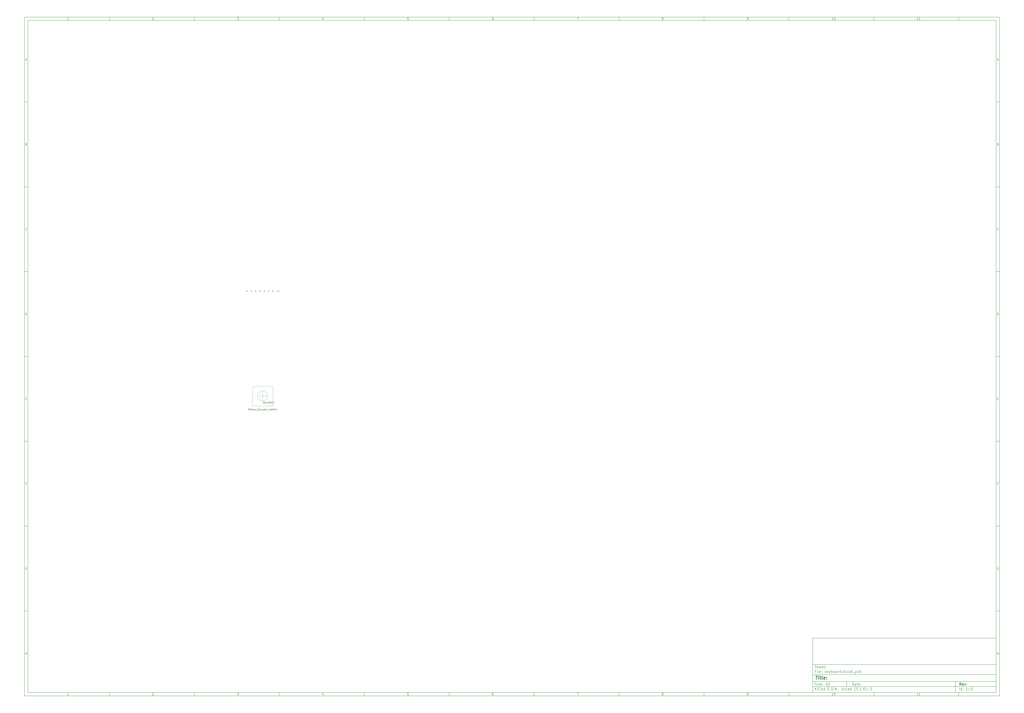
<source format=gbr>
G04 #@! TF.GenerationSoftware,KiCad,Pcbnew,(5.1.6)-1*
G04 #@! TF.CreationDate,2020-10-04T22:42:36-04:00*
G04 #@! TF.ProjectId,keyboard,6b657962-6f61-4726-942e-6b696361645f,rev?*
G04 #@! TF.SameCoordinates,Original*
G04 #@! TF.FileFunction,Other,Fab,Top*
%FSLAX46Y46*%
G04 Gerber Fmt 4.6, Leading zero omitted, Abs format (unit mm)*
G04 Created by KiCad (PCBNEW (5.1.6)-1) date 2020-10-04 22:42:36*
%MOMM*%
%LPD*%
G01*
G04 APERTURE LIST*
%ADD10C,0.100000*%
%ADD11C,0.150000*%
%ADD12C,0.300000*%
%ADD13C,0.400000*%
%ADD14C,0.152400*%
%ADD15C,0.120000*%
G04 APERTURE END LIST*
D10*
D11*
X474004400Y-375989000D02*
X474004400Y-407989000D01*
X582004400Y-407989000D01*
X582004400Y-375989000D01*
X474004400Y-375989000D01*
D10*
D11*
X10000000Y-10000000D02*
X10000000Y-409989000D01*
X584004400Y-409989000D01*
X584004400Y-10000000D01*
X10000000Y-10000000D01*
D10*
D11*
X12000000Y-12000000D02*
X12000000Y-407989000D01*
X582004400Y-407989000D01*
X582004400Y-12000000D01*
X12000000Y-12000000D01*
D10*
D11*
X60000000Y-12000000D02*
X60000000Y-10000000D01*
D10*
D11*
X110000000Y-12000000D02*
X110000000Y-10000000D01*
D10*
D11*
X160000000Y-12000000D02*
X160000000Y-10000000D01*
D10*
D11*
X210000000Y-12000000D02*
X210000000Y-10000000D01*
D10*
D11*
X260000000Y-12000000D02*
X260000000Y-10000000D01*
D10*
D11*
X310000000Y-12000000D02*
X310000000Y-10000000D01*
D10*
D11*
X360000000Y-12000000D02*
X360000000Y-10000000D01*
D10*
D11*
X410000000Y-12000000D02*
X410000000Y-10000000D01*
D10*
D11*
X460000000Y-12000000D02*
X460000000Y-10000000D01*
D10*
D11*
X510000000Y-12000000D02*
X510000000Y-10000000D01*
D10*
D11*
X560000000Y-12000000D02*
X560000000Y-10000000D01*
D10*
D11*
X36065476Y-11588095D02*
X35322619Y-11588095D01*
X35694047Y-11588095D02*
X35694047Y-10288095D01*
X35570238Y-10473809D01*
X35446428Y-10597619D01*
X35322619Y-10659523D01*
D10*
D11*
X85322619Y-10411904D02*
X85384523Y-10350000D01*
X85508333Y-10288095D01*
X85817857Y-10288095D01*
X85941666Y-10350000D01*
X86003571Y-10411904D01*
X86065476Y-10535714D01*
X86065476Y-10659523D01*
X86003571Y-10845238D01*
X85260714Y-11588095D01*
X86065476Y-11588095D01*
D10*
D11*
X135260714Y-10288095D02*
X136065476Y-10288095D01*
X135632142Y-10783333D01*
X135817857Y-10783333D01*
X135941666Y-10845238D01*
X136003571Y-10907142D01*
X136065476Y-11030952D01*
X136065476Y-11340476D01*
X136003571Y-11464285D01*
X135941666Y-11526190D01*
X135817857Y-11588095D01*
X135446428Y-11588095D01*
X135322619Y-11526190D01*
X135260714Y-11464285D01*
D10*
D11*
X185941666Y-10721428D02*
X185941666Y-11588095D01*
X185632142Y-10226190D02*
X185322619Y-11154761D01*
X186127380Y-11154761D01*
D10*
D11*
X236003571Y-10288095D02*
X235384523Y-10288095D01*
X235322619Y-10907142D01*
X235384523Y-10845238D01*
X235508333Y-10783333D01*
X235817857Y-10783333D01*
X235941666Y-10845238D01*
X236003571Y-10907142D01*
X236065476Y-11030952D01*
X236065476Y-11340476D01*
X236003571Y-11464285D01*
X235941666Y-11526190D01*
X235817857Y-11588095D01*
X235508333Y-11588095D01*
X235384523Y-11526190D01*
X235322619Y-11464285D01*
D10*
D11*
X285941666Y-10288095D02*
X285694047Y-10288095D01*
X285570238Y-10350000D01*
X285508333Y-10411904D01*
X285384523Y-10597619D01*
X285322619Y-10845238D01*
X285322619Y-11340476D01*
X285384523Y-11464285D01*
X285446428Y-11526190D01*
X285570238Y-11588095D01*
X285817857Y-11588095D01*
X285941666Y-11526190D01*
X286003571Y-11464285D01*
X286065476Y-11340476D01*
X286065476Y-11030952D01*
X286003571Y-10907142D01*
X285941666Y-10845238D01*
X285817857Y-10783333D01*
X285570238Y-10783333D01*
X285446428Y-10845238D01*
X285384523Y-10907142D01*
X285322619Y-11030952D01*
D10*
D11*
X335260714Y-10288095D02*
X336127380Y-10288095D01*
X335570238Y-11588095D01*
D10*
D11*
X385570238Y-10845238D02*
X385446428Y-10783333D01*
X385384523Y-10721428D01*
X385322619Y-10597619D01*
X385322619Y-10535714D01*
X385384523Y-10411904D01*
X385446428Y-10350000D01*
X385570238Y-10288095D01*
X385817857Y-10288095D01*
X385941666Y-10350000D01*
X386003571Y-10411904D01*
X386065476Y-10535714D01*
X386065476Y-10597619D01*
X386003571Y-10721428D01*
X385941666Y-10783333D01*
X385817857Y-10845238D01*
X385570238Y-10845238D01*
X385446428Y-10907142D01*
X385384523Y-10969047D01*
X385322619Y-11092857D01*
X385322619Y-11340476D01*
X385384523Y-11464285D01*
X385446428Y-11526190D01*
X385570238Y-11588095D01*
X385817857Y-11588095D01*
X385941666Y-11526190D01*
X386003571Y-11464285D01*
X386065476Y-11340476D01*
X386065476Y-11092857D01*
X386003571Y-10969047D01*
X385941666Y-10907142D01*
X385817857Y-10845238D01*
D10*
D11*
X435446428Y-11588095D02*
X435694047Y-11588095D01*
X435817857Y-11526190D01*
X435879761Y-11464285D01*
X436003571Y-11278571D01*
X436065476Y-11030952D01*
X436065476Y-10535714D01*
X436003571Y-10411904D01*
X435941666Y-10350000D01*
X435817857Y-10288095D01*
X435570238Y-10288095D01*
X435446428Y-10350000D01*
X435384523Y-10411904D01*
X435322619Y-10535714D01*
X435322619Y-10845238D01*
X435384523Y-10969047D01*
X435446428Y-11030952D01*
X435570238Y-11092857D01*
X435817857Y-11092857D01*
X435941666Y-11030952D01*
X436003571Y-10969047D01*
X436065476Y-10845238D01*
D10*
D11*
X486065476Y-11588095D02*
X485322619Y-11588095D01*
X485694047Y-11588095D02*
X485694047Y-10288095D01*
X485570238Y-10473809D01*
X485446428Y-10597619D01*
X485322619Y-10659523D01*
X486870238Y-10288095D02*
X486994047Y-10288095D01*
X487117857Y-10350000D01*
X487179761Y-10411904D01*
X487241666Y-10535714D01*
X487303571Y-10783333D01*
X487303571Y-11092857D01*
X487241666Y-11340476D01*
X487179761Y-11464285D01*
X487117857Y-11526190D01*
X486994047Y-11588095D01*
X486870238Y-11588095D01*
X486746428Y-11526190D01*
X486684523Y-11464285D01*
X486622619Y-11340476D01*
X486560714Y-11092857D01*
X486560714Y-10783333D01*
X486622619Y-10535714D01*
X486684523Y-10411904D01*
X486746428Y-10350000D01*
X486870238Y-10288095D01*
D10*
D11*
X536065476Y-11588095D02*
X535322619Y-11588095D01*
X535694047Y-11588095D02*
X535694047Y-10288095D01*
X535570238Y-10473809D01*
X535446428Y-10597619D01*
X535322619Y-10659523D01*
X537303571Y-11588095D02*
X536560714Y-11588095D01*
X536932142Y-11588095D02*
X536932142Y-10288095D01*
X536808333Y-10473809D01*
X536684523Y-10597619D01*
X536560714Y-10659523D01*
D10*
D11*
X60000000Y-407989000D02*
X60000000Y-409989000D01*
D10*
D11*
X110000000Y-407989000D02*
X110000000Y-409989000D01*
D10*
D11*
X160000000Y-407989000D02*
X160000000Y-409989000D01*
D10*
D11*
X210000000Y-407989000D02*
X210000000Y-409989000D01*
D10*
D11*
X260000000Y-407989000D02*
X260000000Y-409989000D01*
D10*
D11*
X310000000Y-407989000D02*
X310000000Y-409989000D01*
D10*
D11*
X360000000Y-407989000D02*
X360000000Y-409989000D01*
D10*
D11*
X410000000Y-407989000D02*
X410000000Y-409989000D01*
D10*
D11*
X460000000Y-407989000D02*
X460000000Y-409989000D01*
D10*
D11*
X510000000Y-407989000D02*
X510000000Y-409989000D01*
D10*
D11*
X560000000Y-407989000D02*
X560000000Y-409989000D01*
D10*
D11*
X36065476Y-409577095D02*
X35322619Y-409577095D01*
X35694047Y-409577095D02*
X35694047Y-408277095D01*
X35570238Y-408462809D01*
X35446428Y-408586619D01*
X35322619Y-408648523D01*
D10*
D11*
X85322619Y-408400904D02*
X85384523Y-408339000D01*
X85508333Y-408277095D01*
X85817857Y-408277095D01*
X85941666Y-408339000D01*
X86003571Y-408400904D01*
X86065476Y-408524714D01*
X86065476Y-408648523D01*
X86003571Y-408834238D01*
X85260714Y-409577095D01*
X86065476Y-409577095D01*
D10*
D11*
X135260714Y-408277095D02*
X136065476Y-408277095D01*
X135632142Y-408772333D01*
X135817857Y-408772333D01*
X135941666Y-408834238D01*
X136003571Y-408896142D01*
X136065476Y-409019952D01*
X136065476Y-409329476D01*
X136003571Y-409453285D01*
X135941666Y-409515190D01*
X135817857Y-409577095D01*
X135446428Y-409577095D01*
X135322619Y-409515190D01*
X135260714Y-409453285D01*
D10*
D11*
X185941666Y-408710428D02*
X185941666Y-409577095D01*
X185632142Y-408215190D02*
X185322619Y-409143761D01*
X186127380Y-409143761D01*
D10*
D11*
X236003571Y-408277095D02*
X235384523Y-408277095D01*
X235322619Y-408896142D01*
X235384523Y-408834238D01*
X235508333Y-408772333D01*
X235817857Y-408772333D01*
X235941666Y-408834238D01*
X236003571Y-408896142D01*
X236065476Y-409019952D01*
X236065476Y-409329476D01*
X236003571Y-409453285D01*
X235941666Y-409515190D01*
X235817857Y-409577095D01*
X235508333Y-409577095D01*
X235384523Y-409515190D01*
X235322619Y-409453285D01*
D10*
D11*
X285941666Y-408277095D02*
X285694047Y-408277095D01*
X285570238Y-408339000D01*
X285508333Y-408400904D01*
X285384523Y-408586619D01*
X285322619Y-408834238D01*
X285322619Y-409329476D01*
X285384523Y-409453285D01*
X285446428Y-409515190D01*
X285570238Y-409577095D01*
X285817857Y-409577095D01*
X285941666Y-409515190D01*
X286003571Y-409453285D01*
X286065476Y-409329476D01*
X286065476Y-409019952D01*
X286003571Y-408896142D01*
X285941666Y-408834238D01*
X285817857Y-408772333D01*
X285570238Y-408772333D01*
X285446428Y-408834238D01*
X285384523Y-408896142D01*
X285322619Y-409019952D01*
D10*
D11*
X335260714Y-408277095D02*
X336127380Y-408277095D01*
X335570238Y-409577095D01*
D10*
D11*
X385570238Y-408834238D02*
X385446428Y-408772333D01*
X385384523Y-408710428D01*
X385322619Y-408586619D01*
X385322619Y-408524714D01*
X385384523Y-408400904D01*
X385446428Y-408339000D01*
X385570238Y-408277095D01*
X385817857Y-408277095D01*
X385941666Y-408339000D01*
X386003571Y-408400904D01*
X386065476Y-408524714D01*
X386065476Y-408586619D01*
X386003571Y-408710428D01*
X385941666Y-408772333D01*
X385817857Y-408834238D01*
X385570238Y-408834238D01*
X385446428Y-408896142D01*
X385384523Y-408958047D01*
X385322619Y-409081857D01*
X385322619Y-409329476D01*
X385384523Y-409453285D01*
X385446428Y-409515190D01*
X385570238Y-409577095D01*
X385817857Y-409577095D01*
X385941666Y-409515190D01*
X386003571Y-409453285D01*
X386065476Y-409329476D01*
X386065476Y-409081857D01*
X386003571Y-408958047D01*
X385941666Y-408896142D01*
X385817857Y-408834238D01*
D10*
D11*
X435446428Y-409577095D02*
X435694047Y-409577095D01*
X435817857Y-409515190D01*
X435879761Y-409453285D01*
X436003571Y-409267571D01*
X436065476Y-409019952D01*
X436065476Y-408524714D01*
X436003571Y-408400904D01*
X435941666Y-408339000D01*
X435817857Y-408277095D01*
X435570238Y-408277095D01*
X435446428Y-408339000D01*
X435384523Y-408400904D01*
X435322619Y-408524714D01*
X435322619Y-408834238D01*
X435384523Y-408958047D01*
X435446428Y-409019952D01*
X435570238Y-409081857D01*
X435817857Y-409081857D01*
X435941666Y-409019952D01*
X436003571Y-408958047D01*
X436065476Y-408834238D01*
D10*
D11*
X486065476Y-409577095D02*
X485322619Y-409577095D01*
X485694047Y-409577095D02*
X485694047Y-408277095D01*
X485570238Y-408462809D01*
X485446428Y-408586619D01*
X485322619Y-408648523D01*
X486870238Y-408277095D02*
X486994047Y-408277095D01*
X487117857Y-408339000D01*
X487179761Y-408400904D01*
X487241666Y-408524714D01*
X487303571Y-408772333D01*
X487303571Y-409081857D01*
X487241666Y-409329476D01*
X487179761Y-409453285D01*
X487117857Y-409515190D01*
X486994047Y-409577095D01*
X486870238Y-409577095D01*
X486746428Y-409515190D01*
X486684523Y-409453285D01*
X486622619Y-409329476D01*
X486560714Y-409081857D01*
X486560714Y-408772333D01*
X486622619Y-408524714D01*
X486684523Y-408400904D01*
X486746428Y-408339000D01*
X486870238Y-408277095D01*
D10*
D11*
X536065476Y-409577095D02*
X535322619Y-409577095D01*
X535694047Y-409577095D02*
X535694047Y-408277095D01*
X535570238Y-408462809D01*
X535446428Y-408586619D01*
X535322619Y-408648523D01*
X537303571Y-409577095D02*
X536560714Y-409577095D01*
X536932142Y-409577095D02*
X536932142Y-408277095D01*
X536808333Y-408462809D01*
X536684523Y-408586619D01*
X536560714Y-408648523D01*
D10*
D11*
X10000000Y-60000000D02*
X12000000Y-60000000D01*
D10*
D11*
X10000000Y-110000000D02*
X12000000Y-110000000D01*
D10*
D11*
X10000000Y-160000000D02*
X12000000Y-160000000D01*
D10*
D11*
X10000000Y-210000000D02*
X12000000Y-210000000D01*
D10*
D11*
X10000000Y-260000000D02*
X12000000Y-260000000D01*
D10*
D11*
X10000000Y-310000000D02*
X12000000Y-310000000D01*
D10*
D11*
X10000000Y-360000000D02*
X12000000Y-360000000D01*
D10*
D11*
X10690476Y-35216666D02*
X11309523Y-35216666D01*
X10566666Y-35588095D02*
X11000000Y-34288095D01*
X11433333Y-35588095D01*
D10*
D11*
X11092857Y-84907142D02*
X11278571Y-84969047D01*
X11340476Y-85030952D01*
X11402380Y-85154761D01*
X11402380Y-85340476D01*
X11340476Y-85464285D01*
X11278571Y-85526190D01*
X11154761Y-85588095D01*
X10659523Y-85588095D01*
X10659523Y-84288095D01*
X11092857Y-84288095D01*
X11216666Y-84350000D01*
X11278571Y-84411904D01*
X11340476Y-84535714D01*
X11340476Y-84659523D01*
X11278571Y-84783333D01*
X11216666Y-84845238D01*
X11092857Y-84907142D01*
X10659523Y-84907142D01*
D10*
D11*
X11402380Y-135464285D02*
X11340476Y-135526190D01*
X11154761Y-135588095D01*
X11030952Y-135588095D01*
X10845238Y-135526190D01*
X10721428Y-135402380D01*
X10659523Y-135278571D01*
X10597619Y-135030952D01*
X10597619Y-134845238D01*
X10659523Y-134597619D01*
X10721428Y-134473809D01*
X10845238Y-134350000D01*
X11030952Y-134288095D01*
X11154761Y-134288095D01*
X11340476Y-134350000D01*
X11402380Y-134411904D01*
D10*
D11*
X10659523Y-185588095D02*
X10659523Y-184288095D01*
X10969047Y-184288095D01*
X11154761Y-184350000D01*
X11278571Y-184473809D01*
X11340476Y-184597619D01*
X11402380Y-184845238D01*
X11402380Y-185030952D01*
X11340476Y-185278571D01*
X11278571Y-185402380D01*
X11154761Y-185526190D01*
X10969047Y-185588095D01*
X10659523Y-185588095D01*
D10*
D11*
X10721428Y-234907142D02*
X11154761Y-234907142D01*
X11340476Y-235588095D02*
X10721428Y-235588095D01*
X10721428Y-234288095D01*
X11340476Y-234288095D01*
D10*
D11*
X11185714Y-284907142D02*
X10752380Y-284907142D01*
X10752380Y-285588095D02*
X10752380Y-284288095D01*
X11371428Y-284288095D01*
D10*
D11*
X11340476Y-334350000D02*
X11216666Y-334288095D01*
X11030952Y-334288095D01*
X10845238Y-334350000D01*
X10721428Y-334473809D01*
X10659523Y-334597619D01*
X10597619Y-334845238D01*
X10597619Y-335030952D01*
X10659523Y-335278571D01*
X10721428Y-335402380D01*
X10845238Y-335526190D01*
X11030952Y-335588095D01*
X11154761Y-335588095D01*
X11340476Y-335526190D01*
X11402380Y-335464285D01*
X11402380Y-335030952D01*
X11154761Y-335030952D01*
D10*
D11*
X10628571Y-385588095D02*
X10628571Y-384288095D01*
X10628571Y-384907142D02*
X11371428Y-384907142D01*
X11371428Y-385588095D02*
X11371428Y-384288095D01*
D10*
D11*
X584004400Y-60000000D02*
X582004400Y-60000000D01*
D10*
D11*
X584004400Y-110000000D02*
X582004400Y-110000000D01*
D10*
D11*
X584004400Y-160000000D02*
X582004400Y-160000000D01*
D10*
D11*
X584004400Y-210000000D02*
X582004400Y-210000000D01*
D10*
D11*
X584004400Y-260000000D02*
X582004400Y-260000000D01*
D10*
D11*
X584004400Y-310000000D02*
X582004400Y-310000000D01*
D10*
D11*
X584004400Y-360000000D02*
X582004400Y-360000000D01*
D10*
D11*
X582694876Y-35216666D02*
X583313923Y-35216666D01*
X582571066Y-35588095D02*
X583004400Y-34288095D01*
X583437733Y-35588095D01*
D10*
D11*
X583097257Y-84907142D02*
X583282971Y-84969047D01*
X583344876Y-85030952D01*
X583406780Y-85154761D01*
X583406780Y-85340476D01*
X583344876Y-85464285D01*
X583282971Y-85526190D01*
X583159161Y-85588095D01*
X582663923Y-85588095D01*
X582663923Y-84288095D01*
X583097257Y-84288095D01*
X583221066Y-84350000D01*
X583282971Y-84411904D01*
X583344876Y-84535714D01*
X583344876Y-84659523D01*
X583282971Y-84783333D01*
X583221066Y-84845238D01*
X583097257Y-84907142D01*
X582663923Y-84907142D01*
D10*
D11*
X583406780Y-135464285D02*
X583344876Y-135526190D01*
X583159161Y-135588095D01*
X583035352Y-135588095D01*
X582849638Y-135526190D01*
X582725828Y-135402380D01*
X582663923Y-135278571D01*
X582602019Y-135030952D01*
X582602019Y-134845238D01*
X582663923Y-134597619D01*
X582725828Y-134473809D01*
X582849638Y-134350000D01*
X583035352Y-134288095D01*
X583159161Y-134288095D01*
X583344876Y-134350000D01*
X583406780Y-134411904D01*
D10*
D11*
X582663923Y-185588095D02*
X582663923Y-184288095D01*
X582973447Y-184288095D01*
X583159161Y-184350000D01*
X583282971Y-184473809D01*
X583344876Y-184597619D01*
X583406780Y-184845238D01*
X583406780Y-185030952D01*
X583344876Y-185278571D01*
X583282971Y-185402380D01*
X583159161Y-185526190D01*
X582973447Y-185588095D01*
X582663923Y-185588095D01*
D10*
D11*
X582725828Y-234907142D02*
X583159161Y-234907142D01*
X583344876Y-235588095D02*
X582725828Y-235588095D01*
X582725828Y-234288095D01*
X583344876Y-234288095D01*
D10*
D11*
X583190114Y-284907142D02*
X582756780Y-284907142D01*
X582756780Y-285588095D02*
X582756780Y-284288095D01*
X583375828Y-284288095D01*
D10*
D11*
X583344876Y-334350000D02*
X583221066Y-334288095D01*
X583035352Y-334288095D01*
X582849638Y-334350000D01*
X582725828Y-334473809D01*
X582663923Y-334597619D01*
X582602019Y-334845238D01*
X582602019Y-335030952D01*
X582663923Y-335278571D01*
X582725828Y-335402380D01*
X582849638Y-335526190D01*
X583035352Y-335588095D01*
X583159161Y-335588095D01*
X583344876Y-335526190D01*
X583406780Y-335464285D01*
X583406780Y-335030952D01*
X583159161Y-335030952D01*
D10*
D11*
X582632971Y-385588095D02*
X582632971Y-384288095D01*
X582632971Y-384907142D02*
X583375828Y-384907142D01*
X583375828Y-385588095D02*
X583375828Y-384288095D01*
D10*
D11*
X497436542Y-403767571D02*
X497436542Y-402267571D01*
X497793685Y-402267571D01*
X498007971Y-402339000D01*
X498150828Y-402481857D01*
X498222257Y-402624714D01*
X498293685Y-402910428D01*
X498293685Y-403124714D01*
X498222257Y-403410428D01*
X498150828Y-403553285D01*
X498007971Y-403696142D01*
X497793685Y-403767571D01*
X497436542Y-403767571D01*
X499579400Y-403767571D02*
X499579400Y-402981857D01*
X499507971Y-402839000D01*
X499365114Y-402767571D01*
X499079400Y-402767571D01*
X498936542Y-402839000D01*
X499579400Y-403696142D02*
X499436542Y-403767571D01*
X499079400Y-403767571D01*
X498936542Y-403696142D01*
X498865114Y-403553285D01*
X498865114Y-403410428D01*
X498936542Y-403267571D01*
X499079400Y-403196142D01*
X499436542Y-403196142D01*
X499579400Y-403124714D01*
X500079400Y-402767571D02*
X500650828Y-402767571D01*
X500293685Y-402267571D02*
X500293685Y-403553285D01*
X500365114Y-403696142D01*
X500507971Y-403767571D01*
X500650828Y-403767571D01*
X501722257Y-403696142D02*
X501579400Y-403767571D01*
X501293685Y-403767571D01*
X501150828Y-403696142D01*
X501079400Y-403553285D01*
X501079400Y-402981857D01*
X501150828Y-402839000D01*
X501293685Y-402767571D01*
X501579400Y-402767571D01*
X501722257Y-402839000D01*
X501793685Y-402981857D01*
X501793685Y-403124714D01*
X501079400Y-403267571D01*
X502436542Y-403624714D02*
X502507971Y-403696142D01*
X502436542Y-403767571D01*
X502365114Y-403696142D01*
X502436542Y-403624714D01*
X502436542Y-403767571D01*
X502436542Y-402839000D02*
X502507971Y-402910428D01*
X502436542Y-402981857D01*
X502365114Y-402910428D01*
X502436542Y-402839000D01*
X502436542Y-402981857D01*
D10*
D11*
X474004400Y-404489000D02*
X582004400Y-404489000D01*
D10*
D11*
X475436542Y-406567571D02*
X475436542Y-405067571D01*
X476293685Y-406567571D02*
X475650828Y-405710428D01*
X476293685Y-405067571D02*
X475436542Y-405924714D01*
X476936542Y-406567571D02*
X476936542Y-405567571D01*
X476936542Y-405067571D02*
X476865114Y-405139000D01*
X476936542Y-405210428D01*
X477007971Y-405139000D01*
X476936542Y-405067571D01*
X476936542Y-405210428D01*
X478507971Y-406424714D02*
X478436542Y-406496142D01*
X478222257Y-406567571D01*
X478079400Y-406567571D01*
X477865114Y-406496142D01*
X477722257Y-406353285D01*
X477650828Y-406210428D01*
X477579400Y-405924714D01*
X477579400Y-405710428D01*
X477650828Y-405424714D01*
X477722257Y-405281857D01*
X477865114Y-405139000D01*
X478079400Y-405067571D01*
X478222257Y-405067571D01*
X478436542Y-405139000D01*
X478507971Y-405210428D01*
X479793685Y-406567571D02*
X479793685Y-405781857D01*
X479722257Y-405639000D01*
X479579400Y-405567571D01*
X479293685Y-405567571D01*
X479150828Y-405639000D01*
X479793685Y-406496142D02*
X479650828Y-406567571D01*
X479293685Y-406567571D01*
X479150828Y-406496142D01*
X479079400Y-406353285D01*
X479079400Y-406210428D01*
X479150828Y-406067571D01*
X479293685Y-405996142D01*
X479650828Y-405996142D01*
X479793685Y-405924714D01*
X481150828Y-406567571D02*
X481150828Y-405067571D01*
X481150828Y-406496142D02*
X481007971Y-406567571D01*
X480722257Y-406567571D01*
X480579400Y-406496142D01*
X480507971Y-406424714D01*
X480436542Y-406281857D01*
X480436542Y-405853285D01*
X480507971Y-405710428D01*
X480579400Y-405639000D01*
X480722257Y-405567571D01*
X481007971Y-405567571D01*
X481150828Y-405639000D01*
X483007971Y-405781857D02*
X483507971Y-405781857D01*
X483722257Y-406567571D02*
X483007971Y-406567571D01*
X483007971Y-405067571D01*
X483722257Y-405067571D01*
X484365114Y-406424714D02*
X484436542Y-406496142D01*
X484365114Y-406567571D01*
X484293685Y-406496142D01*
X484365114Y-406424714D01*
X484365114Y-406567571D01*
X485079400Y-406567571D02*
X485079400Y-405067571D01*
X485436542Y-405067571D01*
X485650828Y-405139000D01*
X485793685Y-405281857D01*
X485865114Y-405424714D01*
X485936542Y-405710428D01*
X485936542Y-405924714D01*
X485865114Y-406210428D01*
X485793685Y-406353285D01*
X485650828Y-406496142D01*
X485436542Y-406567571D01*
X485079400Y-406567571D01*
X486579400Y-406424714D02*
X486650828Y-406496142D01*
X486579400Y-406567571D01*
X486507971Y-406496142D01*
X486579400Y-406424714D01*
X486579400Y-406567571D01*
X487222257Y-406139000D02*
X487936542Y-406139000D01*
X487079400Y-406567571D02*
X487579400Y-405067571D01*
X488079400Y-406567571D01*
X488579400Y-406424714D02*
X488650828Y-406496142D01*
X488579400Y-406567571D01*
X488507971Y-406496142D01*
X488579400Y-406424714D01*
X488579400Y-406567571D01*
X491579400Y-406567571D02*
X491579400Y-405067571D01*
X491722257Y-405996142D02*
X492150828Y-406567571D01*
X492150828Y-405567571D02*
X491579400Y-406139000D01*
X492793685Y-406567571D02*
X492793685Y-405567571D01*
X492793685Y-405067571D02*
X492722257Y-405139000D01*
X492793685Y-405210428D01*
X492865114Y-405139000D01*
X492793685Y-405067571D01*
X492793685Y-405210428D01*
X494150828Y-406496142D02*
X494007971Y-406567571D01*
X493722257Y-406567571D01*
X493579400Y-406496142D01*
X493507971Y-406424714D01*
X493436542Y-406281857D01*
X493436542Y-405853285D01*
X493507971Y-405710428D01*
X493579400Y-405639000D01*
X493722257Y-405567571D01*
X494007971Y-405567571D01*
X494150828Y-405639000D01*
X495436542Y-406567571D02*
X495436542Y-405781857D01*
X495365114Y-405639000D01*
X495222257Y-405567571D01*
X494936542Y-405567571D01*
X494793685Y-405639000D01*
X495436542Y-406496142D02*
X495293685Y-406567571D01*
X494936542Y-406567571D01*
X494793685Y-406496142D01*
X494722257Y-406353285D01*
X494722257Y-406210428D01*
X494793685Y-406067571D01*
X494936542Y-405996142D01*
X495293685Y-405996142D01*
X495436542Y-405924714D01*
X496793685Y-406567571D02*
X496793685Y-405067571D01*
X496793685Y-406496142D02*
X496650828Y-406567571D01*
X496365114Y-406567571D01*
X496222257Y-406496142D01*
X496150828Y-406424714D01*
X496079400Y-406281857D01*
X496079400Y-405853285D01*
X496150828Y-405710428D01*
X496222257Y-405639000D01*
X496365114Y-405567571D01*
X496650828Y-405567571D01*
X496793685Y-405639000D01*
X499079400Y-407139000D02*
X499007971Y-407067571D01*
X498865114Y-406853285D01*
X498793685Y-406710428D01*
X498722257Y-406496142D01*
X498650828Y-406139000D01*
X498650828Y-405853285D01*
X498722257Y-405496142D01*
X498793685Y-405281857D01*
X498865114Y-405139000D01*
X499007971Y-404924714D01*
X499079400Y-404853285D01*
X500365114Y-405067571D02*
X499650828Y-405067571D01*
X499579400Y-405781857D01*
X499650828Y-405710428D01*
X499793685Y-405639000D01*
X500150828Y-405639000D01*
X500293685Y-405710428D01*
X500365114Y-405781857D01*
X500436542Y-405924714D01*
X500436542Y-406281857D01*
X500365114Y-406424714D01*
X500293685Y-406496142D01*
X500150828Y-406567571D01*
X499793685Y-406567571D01*
X499650828Y-406496142D01*
X499579400Y-406424714D01*
X501079400Y-406424714D02*
X501150828Y-406496142D01*
X501079400Y-406567571D01*
X501007971Y-406496142D01*
X501079400Y-406424714D01*
X501079400Y-406567571D01*
X502579400Y-406567571D02*
X501722257Y-406567571D01*
X502150828Y-406567571D02*
X502150828Y-405067571D01*
X502007971Y-405281857D01*
X501865114Y-405424714D01*
X501722257Y-405496142D01*
X503222257Y-406424714D02*
X503293685Y-406496142D01*
X503222257Y-406567571D01*
X503150828Y-406496142D01*
X503222257Y-406424714D01*
X503222257Y-406567571D01*
X504579400Y-405067571D02*
X504293685Y-405067571D01*
X504150828Y-405139000D01*
X504079400Y-405210428D01*
X503936542Y-405424714D01*
X503865114Y-405710428D01*
X503865114Y-406281857D01*
X503936542Y-406424714D01*
X504007971Y-406496142D01*
X504150828Y-406567571D01*
X504436542Y-406567571D01*
X504579400Y-406496142D01*
X504650828Y-406424714D01*
X504722257Y-406281857D01*
X504722257Y-405924714D01*
X504650828Y-405781857D01*
X504579400Y-405710428D01*
X504436542Y-405639000D01*
X504150828Y-405639000D01*
X504007971Y-405710428D01*
X503936542Y-405781857D01*
X503865114Y-405924714D01*
X505222257Y-407139000D02*
X505293685Y-407067571D01*
X505436542Y-406853285D01*
X505507971Y-406710428D01*
X505579400Y-406496142D01*
X505650828Y-406139000D01*
X505650828Y-405853285D01*
X505579400Y-405496142D01*
X505507971Y-405281857D01*
X505436542Y-405139000D01*
X505293685Y-404924714D01*
X505222257Y-404853285D01*
X506365114Y-405996142D02*
X507507971Y-405996142D01*
X509007971Y-406567571D02*
X508150828Y-406567571D01*
X508579400Y-406567571D02*
X508579400Y-405067571D01*
X508436542Y-405281857D01*
X508293685Y-405424714D01*
X508150828Y-405496142D01*
D10*
D11*
X474004400Y-401489000D02*
X582004400Y-401489000D01*
D10*
D12*
X561413685Y-403767571D02*
X560913685Y-403053285D01*
X560556542Y-403767571D02*
X560556542Y-402267571D01*
X561127971Y-402267571D01*
X561270828Y-402339000D01*
X561342257Y-402410428D01*
X561413685Y-402553285D01*
X561413685Y-402767571D01*
X561342257Y-402910428D01*
X561270828Y-402981857D01*
X561127971Y-403053285D01*
X560556542Y-403053285D01*
X562627971Y-403696142D02*
X562485114Y-403767571D01*
X562199400Y-403767571D01*
X562056542Y-403696142D01*
X561985114Y-403553285D01*
X561985114Y-402981857D01*
X562056542Y-402839000D01*
X562199400Y-402767571D01*
X562485114Y-402767571D01*
X562627971Y-402839000D01*
X562699400Y-402981857D01*
X562699400Y-403124714D01*
X561985114Y-403267571D01*
X563199400Y-402767571D02*
X563556542Y-403767571D01*
X563913685Y-402767571D01*
X564485114Y-403624714D02*
X564556542Y-403696142D01*
X564485114Y-403767571D01*
X564413685Y-403696142D01*
X564485114Y-403624714D01*
X564485114Y-403767571D01*
X564485114Y-402839000D02*
X564556542Y-402910428D01*
X564485114Y-402981857D01*
X564413685Y-402910428D01*
X564485114Y-402839000D01*
X564485114Y-402981857D01*
D10*
D11*
X475365114Y-403696142D02*
X475579400Y-403767571D01*
X475936542Y-403767571D01*
X476079400Y-403696142D01*
X476150828Y-403624714D01*
X476222257Y-403481857D01*
X476222257Y-403339000D01*
X476150828Y-403196142D01*
X476079400Y-403124714D01*
X475936542Y-403053285D01*
X475650828Y-402981857D01*
X475507971Y-402910428D01*
X475436542Y-402839000D01*
X475365114Y-402696142D01*
X475365114Y-402553285D01*
X475436542Y-402410428D01*
X475507971Y-402339000D01*
X475650828Y-402267571D01*
X476007971Y-402267571D01*
X476222257Y-402339000D01*
X476865114Y-403767571D02*
X476865114Y-402767571D01*
X476865114Y-402267571D02*
X476793685Y-402339000D01*
X476865114Y-402410428D01*
X476936542Y-402339000D01*
X476865114Y-402267571D01*
X476865114Y-402410428D01*
X477436542Y-402767571D02*
X478222257Y-402767571D01*
X477436542Y-403767571D01*
X478222257Y-403767571D01*
X479365114Y-403696142D02*
X479222257Y-403767571D01*
X478936542Y-403767571D01*
X478793685Y-403696142D01*
X478722257Y-403553285D01*
X478722257Y-402981857D01*
X478793685Y-402839000D01*
X478936542Y-402767571D01*
X479222257Y-402767571D01*
X479365114Y-402839000D01*
X479436542Y-402981857D01*
X479436542Y-403124714D01*
X478722257Y-403267571D01*
X480079400Y-403624714D02*
X480150828Y-403696142D01*
X480079400Y-403767571D01*
X480007971Y-403696142D01*
X480079400Y-403624714D01*
X480079400Y-403767571D01*
X480079400Y-402839000D02*
X480150828Y-402910428D01*
X480079400Y-402981857D01*
X480007971Y-402910428D01*
X480079400Y-402839000D01*
X480079400Y-402981857D01*
X481865114Y-403339000D02*
X482579400Y-403339000D01*
X481722257Y-403767571D02*
X482222257Y-402267571D01*
X482722257Y-403767571D01*
X483150828Y-402410428D02*
X483222257Y-402339000D01*
X483365114Y-402267571D01*
X483722257Y-402267571D01*
X483865114Y-402339000D01*
X483936542Y-402410428D01*
X484007971Y-402553285D01*
X484007971Y-402696142D01*
X483936542Y-402910428D01*
X483079400Y-403767571D01*
X484007971Y-403767571D01*
D10*
D11*
X560436542Y-406567571D02*
X560436542Y-405067571D01*
X561793685Y-406567571D02*
X561793685Y-405067571D01*
X561793685Y-406496142D02*
X561650828Y-406567571D01*
X561365114Y-406567571D01*
X561222257Y-406496142D01*
X561150828Y-406424714D01*
X561079400Y-406281857D01*
X561079400Y-405853285D01*
X561150828Y-405710428D01*
X561222257Y-405639000D01*
X561365114Y-405567571D01*
X561650828Y-405567571D01*
X561793685Y-405639000D01*
X562507971Y-406424714D02*
X562579400Y-406496142D01*
X562507971Y-406567571D01*
X562436542Y-406496142D01*
X562507971Y-406424714D01*
X562507971Y-406567571D01*
X562507971Y-405639000D02*
X562579400Y-405710428D01*
X562507971Y-405781857D01*
X562436542Y-405710428D01*
X562507971Y-405639000D01*
X562507971Y-405781857D01*
X565150828Y-406567571D02*
X564293685Y-406567571D01*
X564722257Y-406567571D02*
X564722257Y-405067571D01*
X564579400Y-405281857D01*
X564436542Y-405424714D01*
X564293685Y-405496142D01*
X566865114Y-404996142D02*
X565579400Y-406924714D01*
X568150828Y-406567571D02*
X567293685Y-406567571D01*
X567722257Y-406567571D02*
X567722257Y-405067571D01*
X567579400Y-405281857D01*
X567436542Y-405424714D01*
X567293685Y-405496142D01*
D10*
D11*
X474004400Y-397489000D02*
X582004400Y-397489000D01*
D10*
D13*
X475716780Y-398193761D02*
X476859638Y-398193761D01*
X476038209Y-400193761D02*
X476288209Y-398193761D01*
X477276304Y-400193761D02*
X477442971Y-398860428D01*
X477526304Y-398193761D02*
X477419161Y-398289000D01*
X477502495Y-398384238D01*
X477609638Y-398289000D01*
X477526304Y-398193761D01*
X477502495Y-398384238D01*
X478109638Y-398860428D02*
X478871542Y-398860428D01*
X478478685Y-398193761D02*
X478264400Y-399908047D01*
X478335828Y-400098523D01*
X478514400Y-400193761D01*
X478704876Y-400193761D01*
X479657257Y-400193761D02*
X479478685Y-400098523D01*
X479407257Y-399908047D01*
X479621542Y-398193761D01*
X481192971Y-400098523D02*
X480990590Y-400193761D01*
X480609638Y-400193761D01*
X480431066Y-400098523D01*
X480359638Y-399908047D01*
X480454876Y-399146142D01*
X480573923Y-398955666D01*
X480776304Y-398860428D01*
X481157257Y-398860428D01*
X481335828Y-398955666D01*
X481407257Y-399146142D01*
X481383447Y-399336619D01*
X480407257Y-399527095D01*
X482157257Y-400003285D02*
X482240590Y-400098523D01*
X482133447Y-400193761D01*
X482050114Y-400098523D01*
X482157257Y-400003285D01*
X482133447Y-400193761D01*
X482288209Y-398955666D02*
X482371542Y-399050904D01*
X482264400Y-399146142D01*
X482181066Y-399050904D01*
X482288209Y-398955666D01*
X482264400Y-399146142D01*
D10*
D11*
X475936542Y-395581857D02*
X475436542Y-395581857D01*
X475436542Y-396367571D02*
X475436542Y-394867571D01*
X476150828Y-394867571D01*
X476722257Y-396367571D02*
X476722257Y-395367571D01*
X476722257Y-394867571D02*
X476650828Y-394939000D01*
X476722257Y-395010428D01*
X476793685Y-394939000D01*
X476722257Y-394867571D01*
X476722257Y-395010428D01*
X477650828Y-396367571D02*
X477507971Y-396296142D01*
X477436542Y-396153285D01*
X477436542Y-394867571D01*
X478793685Y-396296142D02*
X478650828Y-396367571D01*
X478365114Y-396367571D01*
X478222257Y-396296142D01*
X478150828Y-396153285D01*
X478150828Y-395581857D01*
X478222257Y-395439000D01*
X478365114Y-395367571D01*
X478650828Y-395367571D01*
X478793685Y-395439000D01*
X478865114Y-395581857D01*
X478865114Y-395724714D01*
X478150828Y-395867571D01*
X479507971Y-396224714D02*
X479579400Y-396296142D01*
X479507971Y-396367571D01*
X479436542Y-396296142D01*
X479507971Y-396224714D01*
X479507971Y-396367571D01*
X479507971Y-395439000D02*
X479579400Y-395510428D01*
X479507971Y-395581857D01*
X479436542Y-395510428D01*
X479507971Y-395439000D01*
X479507971Y-395581857D01*
X481365114Y-396367571D02*
X481365114Y-394867571D01*
X481507971Y-395796142D02*
X481936542Y-396367571D01*
X481936542Y-395367571D02*
X481365114Y-395939000D01*
X483150828Y-396296142D02*
X483007971Y-396367571D01*
X482722257Y-396367571D01*
X482579400Y-396296142D01*
X482507971Y-396153285D01*
X482507971Y-395581857D01*
X482579400Y-395439000D01*
X482722257Y-395367571D01*
X483007971Y-395367571D01*
X483150828Y-395439000D01*
X483222257Y-395581857D01*
X483222257Y-395724714D01*
X482507971Y-395867571D01*
X483722257Y-395367571D02*
X484079400Y-396367571D01*
X484436542Y-395367571D02*
X484079400Y-396367571D01*
X483936542Y-396724714D01*
X483865114Y-396796142D01*
X483722257Y-396867571D01*
X485007971Y-396367571D02*
X485007971Y-394867571D01*
X485007971Y-395439000D02*
X485150828Y-395367571D01*
X485436542Y-395367571D01*
X485579400Y-395439000D01*
X485650828Y-395510428D01*
X485722257Y-395653285D01*
X485722257Y-396081857D01*
X485650828Y-396224714D01*
X485579400Y-396296142D01*
X485436542Y-396367571D01*
X485150828Y-396367571D01*
X485007971Y-396296142D01*
X486579400Y-396367571D02*
X486436542Y-396296142D01*
X486365114Y-396224714D01*
X486293685Y-396081857D01*
X486293685Y-395653285D01*
X486365114Y-395510428D01*
X486436542Y-395439000D01*
X486579400Y-395367571D01*
X486793685Y-395367571D01*
X486936542Y-395439000D01*
X487007971Y-395510428D01*
X487079400Y-395653285D01*
X487079400Y-396081857D01*
X487007971Y-396224714D01*
X486936542Y-396296142D01*
X486793685Y-396367571D01*
X486579400Y-396367571D01*
X488365114Y-396367571D02*
X488365114Y-395581857D01*
X488293685Y-395439000D01*
X488150828Y-395367571D01*
X487865114Y-395367571D01*
X487722257Y-395439000D01*
X488365114Y-396296142D02*
X488222257Y-396367571D01*
X487865114Y-396367571D01*
X487722257Y-396296142D01*
X487650828Y-396153285D01*
X487650828Y-396010428D01*
X487722257Y-395867571D01*
X487865114Y-395796142D01*
X488222257Y-395796142D01*
X488365114Y-395724714D01*
X489079400Y-396367571D02*
X489079400Y-395367571D01*
X489079400Y-395653285D02*
X489150828Y-395510428D01*
X489222257Y-395439000D01*
X489365114Y-395367571D01*
X489507971Y-395367571D01*
X490650828Y-396367571D02*
X490650828Y-394867571D01*
X490650828Y-396296142D02*
X490507971Y-396367571D01*
X490222257Y-396367571D01*
X490079400Y-396296142D01*
X490007971Y-396224714D01*
X489936542Y-396081857D01*
X489936542Y-395653285D01*
X490007971Y-395510428D01*
X490079400Y-395439000D01*
X490222257Y-395367571D01*
X490507971Y-395367571D01*
X490650828Y-395439000D01*
X491365114Y-396224714D02*
X491436542Y-396296142D01*
X491365114Y-396367571D01*
X491293685Y-396296142D01*
X491365114Y-396224714D01*
X491365114Y-396367571D01*
X492079400Y-396367571D02*
X492079400Y-394867571D01*
X492222257Y-395796142D02*
X492650828Y-396367571D01*
X492650828Y-395367571D02*
X492079400Y-395939000D01*
X493293685Y-396367571D02*
X493293685Y-395367571D01*
X493293685Y-394867571D02*
X493222257Y-394939000D01*
X493293685Y-395010428D01*
X493365114Y-394939000D01*
X493293685Y-394867571D01*
X493293685Y-395010428D01*
X494650828Y-396296142D02*
X494507971Y-396367571D01*
X494222257Y-396367571D01*
X494079400Y-396296142D01*
X494007971Y-396224714D01*
X493936542Y-396081857D01*
X493936542Y-395653285D01*
X494007971Y-395510428D01*
X494079400Y-395439000D01*
X494222257Y-395367571D01*
X494507971Y-395367571D01*
X494650828Y-395439000D01*
X495936542Y-396367571D02*
X495936542Y-395581857D01*
X495865114Y-395439000D01*
X495722257Y-395367571D01*
X495436542Y-395367571D01*
X495293685Y-395439000D01*
X495936542Y-396296142D02*
X495793685Y-396367571D01*
X495436542Y-396367571D01*
X495293685Y-396296142D01*
X495222257Y-396153285D01*
X495222257Y-396010428D01*
X495293685Y-395867571D01*
X495436542Y-395796142D01*
X495793685Y-395796142D01*
X495936542Y-395724714D01*
X497293685Y-396367571D02*
X497293685Y-394867571D01*
X497293685Y-396296142D02*
X497150828Y-396367571D01*
X496865114Y-396367571D01*
X496722257Y-396296142D01*
X496650828Y-396224714D01*
X496579400Y-396081857D01*
X496579400Y-395653285D01*
X496650828Y-395510428D01*
X496722257Y-395439000D01*
X496865114Y-395367571D01*
X497150828Y-395367571D01*
X497293685Y-395439000D01*
X497650828Y-396510428D02*
X498793685Y-396510428D01*
X499150828Y-395367571D02*
X499150828Y-396867571D01*
X499150828Y-395439000D02*
X499293685Y-395367571D01*
X499579400Y-395367571D01*
X499722257Y-395439000D01*
X499793685Y-395510428D01*
X499865114Y-395653285D01*
X499865114Y-396081857D01*
X499793685Y-396224714D01*
X499722257Y-396296142D01*
X499579400Y-396367571D01*
X499293685Y-396367571D01*
X499150828Y-396296142D01*
X501150828Y-396296142D02*
X501007971Y-396367571D01*
X500722257Y-396367571D01*
X500579400Y-396296142D01*
X500507971Y-396224714D01*
X500436542Y-396081857D01*
X500436542Y-395653285D01*
X500507971Y-395510428D01*
X500579400Y-395439000D01*
X500722257Y-395367571D01*
X501007971Y-395367571D01*
X501150828Y-395439000D01*
X501793685Y-396367571D02*
X501793685Y-394867571D01*
X501793685Y-395439000D02*
X501936542Y-395367571D01*
X502222257Y-395367571D01*
X502365114Y-395439000D01*
X502436542Y-395510428D01*
X502507971Y-395653285D01*
X502507971Y-396081857D01*
X502436542Y-396224714D01*
X502365114Y-396296142D01*
X502222257Y-396367571D01*
X501936542Y-396367571D01*
X501793685Y-396296142D01*
D10*
D11*
X474004400Y-391489000D02*
X582004400Y-391489000D01*
D10*
D11*
X475365114Y-393596142D02*
X475579400Y-393667571D01*
X475936542Y-393667571D01*
X476079400Y-393596142D01*
X476150828Y-393524714D01*
X476222257Y-393381857D01*
X476222257Y-393239000D01*
X476150828Y-393096142D01*
X476079400Y-393024714D01*
X475936542Y-392953285D01*
X475650828Y-392881857D01*
X475507971Y-392810428D01*
X475436542Y-392739000D01*
X475365114Y-392596142D01*
X475365114Y-392453285D01*
X475436542Y-392310428D01*
X475507971Y-392239000D01*
X475650828Y-392167571D01*
X476007971Y-392167571D01*
X476222257Y-392239000D01*
X476865114Y-393667571D02*
X476865114Y-392167571D01*
X477507971Y-393667571D02*
X477507971Y-392881857D01*
X477436542Y-392739000D01*
X477293685Y-392667571D01*
X477079400Y-392667571D01*
X476936542Y-392739000D01*
X476865114Y-392810428D01*
X478793685Y-393596142D02*
X478650828Y-393667571D01*
X478365114Y-393667571D01*
X478222257Y-393596142D01*
X478150828Y-393453285D01*
X478150828Y-392881857D01*
X478222257Y-392739000D01*
X478365114Y-392667571D01*
X478650828Y-392667571D01*
X478793685Y-392739000D01*
X478865114Y-392881857D01*
X478865114Y-393024714D01*
X478150828Y-393167571D01*
X480079400Y-393596142D02*
X479936542Y-393667571D01*
X479650828Y-393667571D01*
X479507971Y-393596142D01*
X479436542Y-393453285D01*
X479436542Y-392881857D01*
X479507971Y-392739000D01*
X479650828Y-392667571D01*
X479936542Y-392667571D01*
X480079400Y-392739000D01*
X480150828Y-392881857D01*
X480150828Y-393024714D01*
X479436542Y-393167571D01*
X480579400Y-392667571D02*
X481150828Y-392667571D01*
X480793685Y-392167571D02*
X480793685Y-393453285D01*
X480865114Y-393596142D01*
X481007971Y-393667571D01*
X481150828Y-393667571D01*
X481650828Y-393524714D02*
X481722257Y-393596142D01*
X481650828Y-393667571D01*
X481579400Y-393596142D01*
X481650828Y-393524714D01*
X481650828Y-393667571D01*
X481650828Y-392739000D02*
X481722257Y-392810428D01*
X481650828Y-392881857D01*
X481579400Y-392810428D01*
X481650828Y-392739000D01*
X481650828Y-392881857D01*
D10*
D11*
X494004400Y-401489000D02*
X494004400Y-404489000D01*
D10*
D11*
X558004400Y-401489000D02*
X558004400Y-407989000D01*
D14*
X159988250Y-172085000D02*
X159988250Y-170815000D01*
D10*
G36*
X151352250Y-171196000D02*
G01*
X150844250Y-171196000D01*
X150844250Y-171704000D01*
X151352250Y-171704000D01*
X151352250Y-171196000D01*
G37*
G36*
X156432250Y-171196000D02*
G01*
X155924250Y-171196000D01*
X155924250Y-171704000D01*
X156432250Y-171704000D01*
X156432250Y-171196000D01*
G37*
G36*
X153892250Y-171196000D02*
G01*
X153384250Y-171196000D01*
X153384250Y-171704000D01*
X153892250Y-171704000D01*
X153892250Y-171196000D01*
G37*
G36*
X143732250Y-171196000D02*
G01*
X143224250Y-171196000D01*
X143224250Y-171704000D01*
X143732250Y-171704000D01*
X143732250Y-171196000D01*
G37*
G36*
X148812250Y-171196000D02*
G01*
X148304250Y-171196000D01*
X148304250Y-171704000D01*
X148812250Y-171704000D01*
X148812250Y-171196000D01*
G37*
G36*
X146272250Y-171196000D02*
G01*
X145764250Y-171196000D01*
X145764250Y-171704000D01*
X146272250Y-171704000D01*
X146272250Y-171196000D01*
G37*
G36*
X158972250Y-171196000D02*
G01*
X158464250Y-171196000D01*
X158464250Y-171704000D01*
X158972250Y-171704000D01*
X158972250Y-171196000D01*
G37*
G36*
X141192250Y-171196000D02*
G01*
X140684250Y-171196000D01*
X140684250Y-171704000D01*
X141192250Y-171704000D01*
X141192250Y-171196000D01*
G37*
D15*
X153152750Y-233322500D02*
G75*
G03*
X153152750Y-233322500I-3000000J0D01*
G01*
X145152750Y-227522500D02*
X156152750Y-227522500D01*
X156152750Y-227522500D02*
X156152750Y-239122500D01*
X156152750Y-239122500D02*
X144152750Y-239122500D01*
X144152750Y-239122500D02*
X144152750Y-228622500D01*
X144152750Y-228622500D02*
X145152750Y-227522500D01*
X150152750Y-230322500D02*
X150152750Y-236322500D01*
X147152750Y-233322500D02*
X153152750Y-233322500D01*
D11*
X142438464Y-241674880D02*
X142105130Y-241198690D01*
X141867035Y-241674880D02*
X141867035Y-240674880D01*
X142247988Y-240674880D01*
X142343226Y-240722500D01*
X142390845Y-240770119D01*
X142438464Y-240865357D01*
X142438464Y-241008214D01*
X142390845Y-241103452D01*
X142343226Y-241151071D01*
X142247988Y-241198690D01*
X141867035Y-241198690D01*
X143009892Y-241674880D02*
X142914654Y-241627261D01*
X142867035Y-241579642D01*
X142819416Y-241484404D01*
X142819416Y-241198690D01*
X142867035Y-241103452D01*
X142914654Y-241055833D01*
X143009892Y-241008214D01*
X143152750Y-241008214D01*
X143247988Y-241055833D01*
X143295607Y-241103452D01*
X143343226Y-241198690D01*
X143343226Y-241484404D01*
X143295607Y-241579642D01*
X143247988Y-241627261D01*
X143152750Y-241674880D01*
X143009892Y-241674880D01*
X143628940Y-241008214D02*
X144009892Y-241008214D01*
X143771797Y-240674880D02*
X143771797Y-241532023D01*
X143819416Y-241627261D01*
X143914654Y-241674880D01*
X144009892Y-241674880D01*
X144771797Y-241674880D02*
X144771797Y-241151071D01*
X144724178Y-241055833D01*
X144628940Y-241008214D01*
X144438464Y-241008214D01*
X144343226Y-241055833D01*
X144771797Y-241627261D02*
X144676559Y-241674880D01*
X144438464Y-241674880D01*
X144343226Y-241627261D01*
X144295607Y-241532023D01*
X144295607Y-241436785D01*
X144343226Y-241341547D01*
X144438464Y-241293928D01*
X144676559Y-241293928D01*
X144771797Y-241246309D01*
X145247988Y-241674880D02*
X145247988Y-241008214D01*
X145247988Y-241198690D02*
X145295607Y-241103452D01*
X145343226Y-241055833D01*
X145438464Y-241008214D01*
X145533702Y-241008214D01*
X145771797Y-241008214D02*
X146009892Y-241674880D01*
X146247988Y-241008214D02*
X146009892Y-241674880D01*
X145914654Y-241912976D01*
X145867035Y-241960595D01*
X145771797Y-242008214D01*
X146390845Y-241770119D02*
X147152750Y-241770119D01*
X147390845Y-241151071D02*
X147724178Y-241151071D01*
X147867035Y-241674880D02*
X147390845Y-241674880D01*
X147390845Y-240674880D01*
X147867035Y-240674880D01*
X148295607Y-241008214D02*
X148295607Y-241674880D01*
X148295607Y-241103452D02*
X148343226Y-241055833D01*
X148438464Y-241008214D01*
X148581321Y-241008214D01*
X148676559Y-241055833D01*
X148724178Y-241151071D01*
X148724178Y-241674880D01*
X149628940Y-241627261D02*
X149533702Y-241674880D01*
X149343226Y-241674880D01*
X149247988Y-241627261D01*
X149200369Y-241579642D01*
X149152750Y-241484404D01*
X149152750Y-241198690D01*
X149200369Y-241103452D01*
X149247988Y-241055833D01*
X149343226Y-241008214D01*
X149533702Y-241008214D01*
X149628940Y-241055833D01*
X150200369Y-241674880D02*
X150105130Y-241627261D01*
X150057511Y-241579642D01*
X150009892Y-241484404D01*
X150009892Y-241198690D01*
X150057511Y-241103452D01*
X150105130Y-241055833D01*
X150200369Y-241008214D01*
X150343226Y-241008214D01*
X150438464Y-241055833D01*
X150486083Y-241103452D01*
X150533702Y-241198690D01*
X150533702Y-241484404D01*
X150486083Y-241579642D01*
X150438464Y-241627261D01*
X150343226Y-241674880D01*
X150200369Y-241674880D01*
X151390845Y-241674880D02*
X151390845Y-240674880D01*
X151390845Y-241627261D02*
X151295607Y-241674880D01*
X151105130Y-241674880D01*
X151009892Y-241627261D01*
X150962273Y-241579642D01*
X150914654Y-241484404D01*
X150914654Y-241198690D01*
X150962273Y-241103452D01*
X151009892Y-241055833D01*
X151105130Y-241008214D01*
X151295607Y-241008214D01*
X151390845Y-241055833D01*
X152247988Y-241627261D02*
X152152750Y-241674880D01*
X151962273Y-241674880D01*
X151867035Y-241627261D01*
X151819416Y-241532023D01*
X151819416Y-241151071D01*
X151867035Y-241055833D01*
X151962273Y-241008214D01*
X152152750Y-241008214D01*
X152247988Y-241055833D01*
X152295607Y-241151071D01*
X152295607Y-241246309D01*
X151819416Y-241341547D01*
X152724178Y-241674880D02*
X152724178Y-241008214D01*
X152724178Y-241198690D02*
X152771797Y-241103452D01*
X152819416Y-241055833D01*
X152914654Y-241008214D01*
X153009892Y-241008214D01*
X153105130Y-241770119D02*
X153867035Y-241770119D01*
X154057511Y-241627261D02*
X154200369Y-241674880D01*
X154438464Y-241674880D01*
X154533702Y-241627261D01*
X154581321Y-241579642D01*
X154628940Y-241484404D01*
X154628940Y-241389166D01*
X154581321Y-241293928D01*
X154533702Y-241246309D01*
X154438464Y-241198690D01*
X154247988Y-241151071D01*
X154152750Y-241103452D01*
X154105130Y-241055833D01*
X154057511Y-240960595D01*
X154057511Y-240865357D01*
X154105130Y-240770119D01*
X154152750Y-240722500D01*
X154247988Y-240674880D01*
X154486083Y-240674880D01*
X154628940Y-240722500D01*
X154962273Y-241008214D02*
X155152750Y-241674880D01*
X155343226Y-241198690D01*
X155533702Y-241674880D01*
X155724178Y-241008214D01*
X156105130Y-241674880D02*
X156105130Y-241008214D01*
X156105130Y-240674880D02*
X156057511Y-240722500D01*
X156105130Y-240770119D01*
X156152750Y-240722500D01*
X156105130Y-240674880D01*
X156105130Y-240770119D01*
X156438464Y-241008214D02*
X156819416Y-241008214D01*
X156581321Y-240674880D02*
X156581321Y-241532023D01*
X156628940Y-241627261D01*
X156724178Y-241674880D01*
X156819416Y-241674880D01*
X157581321Y-241627261D02*
X157486083Y-241674880D01*
X157295607Y-241674880D01*
X157200369Y-241627261D01*
X157152750Y-241579642D01*
X157105130Y-241484404D01*
X157105130Y-241198690D01*
X157152750Y-241103452D01*
X157200369Y-241055833D01*
X157295607Y-241008214D01*
X157486083Y-241008214D01*
X157581321Y-241055833D01*
X158009892Y-241674880D02*
X158009892Y-240674880D01*
X158438464Y-241674880D02*
X158438464Y-241151071D01*
X158390845Y-241055833D01*
X158295607Y-241008214D01*
X158152750Y-241008214D01*
X158057511Y-241055833D01*
X158009892Y-241103452D01*
X150562273Y-237527261D02*
X150705130Y-237574880D01*
X150943226Y-237574880D01*
X151038464Y-237527261D01*
X151086083Y-237479642D01*
X151133702Y-237384404D01*
X151133702Y-237289166D01*
X151086083Y-237193928D01*
X151038464Y-237146309D01*
X150943226Y-237098690D01*
X150752750Y-237051071D01*
X150657511Y-237003452D01*
X150609892Y-236955833D01*
X150562273Y-236860595D01*
X150562273Y-236765357D01*
X150609892Y-236670119D01*
X150657511Y-236622500D01*
X150752750Y-236574880D01*
X150990845Y-236574880D01*
X151133702Y-236622500D01*
X151467035Y-236574880D02*
X151705130Y-237574880D01*
X151895607Y-236860595D01*
X152086083Y-237574880D01*
X152324178Y-236574880D01*
X152467035Y-237670119D02*
X153228940Y-237670119D01*
X153467035Y-237051071D02*
X153800369Y-237051071D01*
X153943226Y-237574880D02*
X153467035Y-237574880D01*
X153467035Y-236574880D01*
X153943226Y-236574880D01*
X154371797Y-237574880D02*
X154371797Y-236574880D01*
X154943226Y-237574880D01*
X154943226Y-236574880D01*
X155990845Y-237479642D02*
X155943226Y-237527261D01*
X155800369Y-237574880D01*
X155705130Y-237574880D01*
X155562273Y-237527261D01*
X155467035Y-237432023D01*
X155419416Y-237336785D01*
X155371797Y-237146309D01*
X155371797Y-237003452D01*
X155419416Y-236812976D01*
X155467035Y-236717738D01*
X155562273Y-236622500D01*
X155705130Y-236574880D01*
X155800369Y-236574880D01*
X155943226Y-236622500D01*
X155990845Y-236670119D01*
X156943226Y-237574880D02*
X156371797Y-237574880D01*
X156657511Y-237574880D02*
X156657511Y-236574880D01*
X156562273Y-236717738D01*
X156467035Y-236812976D01*
X156371797Y-236860595D01*
M02*

</source>
